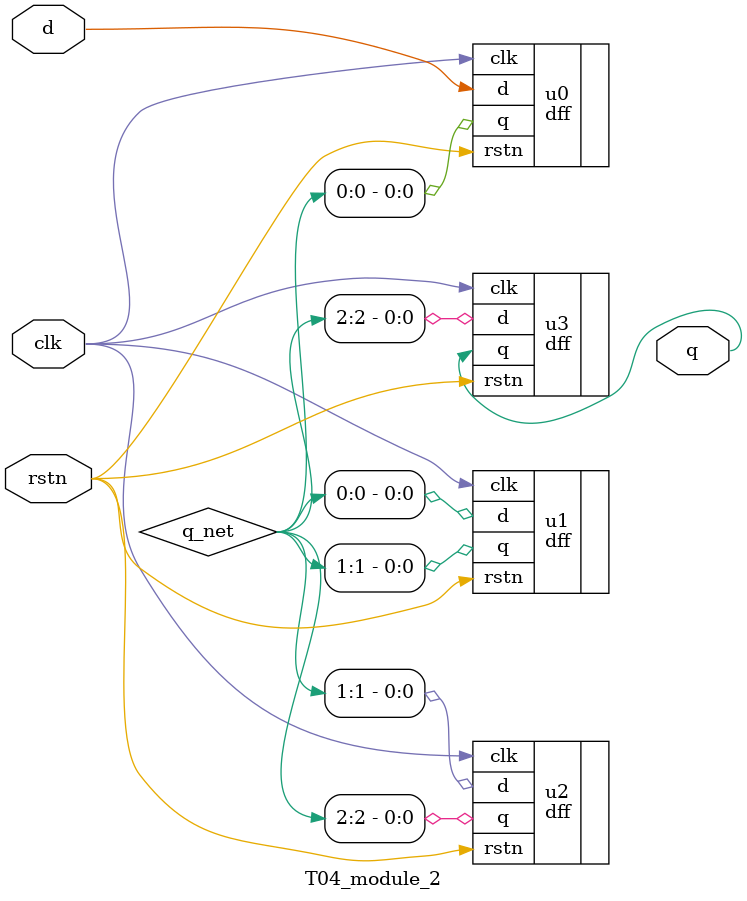
<source format=v>
/*
A module represents a design unit that implements certain behavioral 
characteristics and will get converted into a digital circuit during synthesis.
Any combination of inputs can be given to the module and it will provide a corresponding output. 
This allows the same "module"  to be reused to form bigger modules that implement more complex hardware.
*/

/*
example of shift_register DFF
*/

module T04_module_2 (
    input d,
    input clk,
    input rstn,
    output q);

    wire [2:0] q_net;

    dff u0(.d(d), .clk(clk), .rstn(rstn), .q(q_net[0]));
    dff u1(.d(q_net[0]), .clk(clk), .rstn(rstn), .q(q_net[1]));
    dff u2(.d(q_net[1]), .clk(clk), .rstn(rstn), .q(q_net[2]));
    dff u3(.d(q_net[2]), .clk(clk), .rstn(rstn), .q(q));

    
endmodule
</source>
